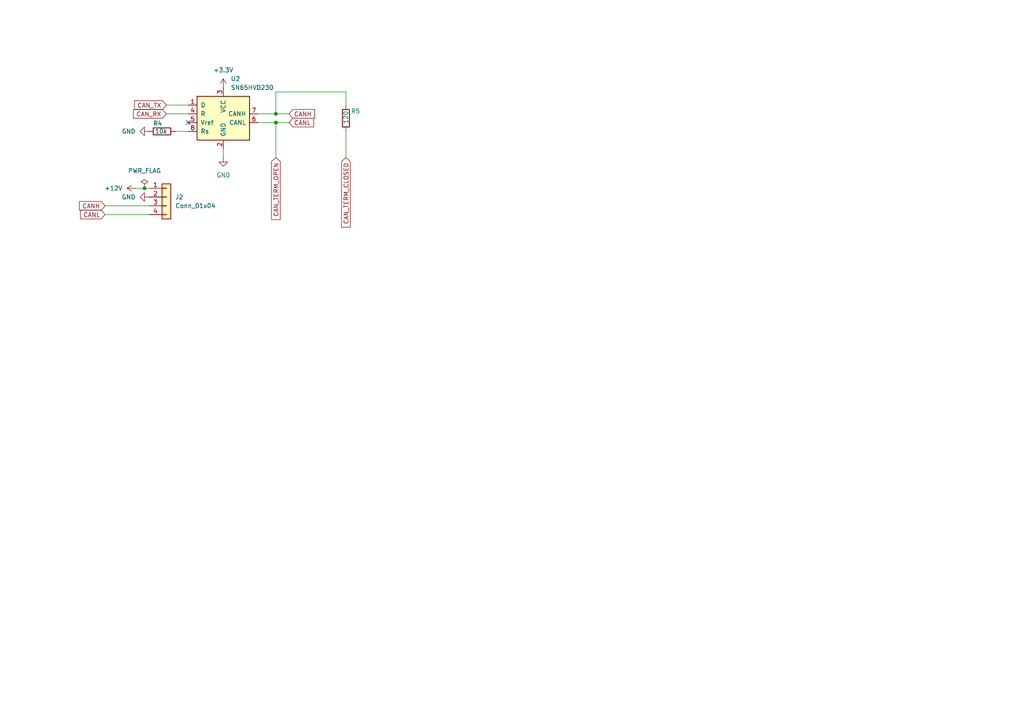
<source format=kicad_sch>
(kicad_sch (version 20250114) (generator "eeschema") (generator_version "9.0")
  (paper "A4")
  (lib_symbols
    (symbol "Connector_Generic:Conn_01x04" (pin_names (offset 1.016) (hide yes))
      (property "Reference" "J" (at 0 5.08 0))
      (property "Value" "Conn_01x04" (at 0 -7.62 0))
      (symbol "Conn_01x04_1_1"
        (rectangle (start -1.27 3.81) (end 1.27 -6.35) (stroke (width 0.254)) (fill (type background)))
        (rectangle (start -1.27 2.667) (end 0 2.413) (stroke (width 0.1524)))
        (rectangle (start -1.27 0.127) (end 0 -0.127) (stroke (width 0.1524)))
        (rectangle (start -1.27 -2.413) (end 0 -2.667) (stroke (width 0.1524)))
        (rectangle (start -1.27 -4.953) (end 0 -5.207) (stroke (width 0.1524)))
        (pin passive line (at -5.08 2.54 0) (length 3.81) (name "Pin_1") (number "1"))
        (pin passive line (at -5.08 0 0) (length 3.81) (name "Pin_2") (number "2"))
        (pin passive line (at -5.08 -2.54 0) (length 3.81) (name "Pin_3") (number "3"))
        (pin passive line (at -5.08 -5.08 0) (length 3.81) (name "Pin_4") (number "4"))
      )
    )
    (symbol "Device:R" (pin_numbers (hide yes)) (pin_names (offset 0))
      (property "Reference" "R" (at 2.032 0 90))
      (property "Value" "R" (at 0 0 90))
      (symbol "R_0_1"
        (rectangle (start -1.016 -2.54) (end 1.016 2.54) (stroke (width 0.254)))
      )
      (symbol "R_1_1"
        (pin passive line (at 0 3.81 270) (length 1.27) (name "~") (number "1"))
        (pin passive line (at 0 -3.81 90) (length 1.27) (name "~") (number "2"))
      )
    )
    (symbol "Interface_CAN_LIN:SN65HVD230" (pin_names (offset 1.016))
      (property "Reference" "U" (at -2.54 10.16 0))
      (property "Value" "SN65HVD230" (at -2.54 7.62 0))
      (symbol "SN65HVD230_0_1"
        (rectangle (start -7.62 5.08) (end 7.62 -7.62) (stroke (width 0.254)) (fill (type background)))
      )
      (symbol "SN65HVD230_1_1"
        (pin input line (at -10.16 2.54 0) (length 2.54) (name "D") (number "1"))
        (pin output line (at -10.16 0 0) (length 2.54) (name "R") (number "4"))
        (pin output line (at -10.16 -2.54 0) (length 2.54) (name "Vref") (number "5"))
        (pin input line (at -10.16 -5.08 0) (length 2.54) (name "Rs") (number "8"))
        (pin power_in line (at 0 7.62 270) (length 2.54) (name "VCC") (number "3"))
        (pin power_in line (at 0 -10.16 90) (length 2.54) (name "GND") (number "2"))
        (pin bidirectional line (at 10.16 0 180) (length 2.54) (name "CANH") (number "7"))
        (pin bidirectional line (at 10.16 -2.54 180) (length 2.54) (name "CANL") (number "6"))
      )
    )
    (symbol "power:+12V" (power) (pin_numbers (hide yes)) (pin_names (offset 0) (hide yes))
      (property "Value" "+12V" (at 0 3.556 0))
      (symbol "+12V_0_1"
        (polyline (pts (xy -0.762 1.27) (xy 0 2.54)))
        (polyline (pts (xy 0 2.54) (xy 0.762 1.27)))
        (polyline (pts (xy 0 0) (xy 0 2.54)))
      )
      (symbol "+12V_1_1"
        (pin power_in line (at 0 0 90) (length 0) (name "~") (number "1"))
      )
    )
    (symbol "power:+3.3V" (power) (pin_numbers (hide yes)) (pin_names (offset 0) (hide yes))
      (property "Value" "+3.3V" (at 0 3.556 0))
      (symbol "+3.3V_0_1"
        (polyline (pts (xy -0.762 1.27) (xy 0 2.54)))
        (polyline (pts (xy 0 2.54) (xy 0.762 1.27)))
        (polyline (pts (xy 0 0) (xy 0 2.54)))
      )
      (symbol "+3.3V_1_1"
        (pin power_in line (at 0 0 90) (length 0) (name "~") (number "1"))
      )
    )
    (symbol "power:GND" (power) (pin_numbers (hide yes)) (pin_names (offset 0) (hide yes))
      (property "Value" "GND" (at 0 -3.81 0))
      (symbol "GND_0_1"
        (polyline (pts (xy 0 0) (xy 0 -1.27) (xy 1.27 -1.27) (xy 0 -2.54) (xy -1.27 -1.27) (xy 0 -1.27)))
      )
      (symbol "GND_1_1"
        (pin power_in line (at 0 0 270) (length 0) (name "~") (number "1"))
      )
    )
    (symbol "power:PWR_FLAG" (power) (pin_numbers (hide yes)) (pin_names (offset 0) (hide yes))
      (property "Value" "PWR_FLAG" (at 0 3.81 0))
      (symbol "PWR_FLAG_0_0"
        (pin power_out line (at 0 0 90) (length 0) (name "~") (number "1"))
      )
      (symbol "PWR_FLAG_0_1"
        (polyline (pts (xy 0 0) (xy 0 1.27) (xy -1.016 1.905) (xy 0 2.54) (xy 1.016 1.905) (xy 0 1.27)))
      )
    )
  )
  (junction (at 80.01 33.02))
  (junction (at 41.91 54.61))
  (junction (at 80.01 35.56))
  (no_connect (at 54.61 35.56))
  (wire (pts (xy 100.33 26.67) (xy 100.33 30.48)))
  (wire (pts (xy 48.26 30.48) (xy 54.61 30.48)))
  (wire (pts (xy 64.77 45.72) (xy 64.77 43.18)))
  (wire (pts (xy 48.26 33.02) (xy 54.61 33.02)))
  (wire (pts (xy 30.48 59.69) (xy 43.18 59.69)))
  (wire (pts (xy 80.01 33.02) (xy 80.01 26.67)))
  (wire (pts (xy 30.48 62.23) (xy 43.18 62.23)))
  (wire (pts (xy 41.91 54.61) (xy 43.18 54.61)))
  (wire (pts (xy 100.33 45.72) (xy 100.33 38.1)))
  (wire (pts (xy 80.01 26.67) (xy 100.33 26.67)))
  (wire (pts (xy 83.82 33.02) (xy 80.01 33.02)))
  (wire (pts (xy 80.01 35.56) (xy 74.93 35.56)))
  (wire (pts (xy 80.01 33.02) (xy 74.93 33.02)))
  (wire (pts (xy 39.37 54.61) (xy 41.91 54.61)))
  (wire (pts (xy 50.8 38.1) (xy 54.61 38.1)))
  (wire (pts (xy 80.01 45.72) (xy 80.01 35.56)))
  (wire (pts (xy 83.82 35.56) (xy 80.01 35.56)))
  (global_label "CANL" (shape input) (at 30.48 62.23 180) (property "Intersheetrefs" "${INTERSHEET_REFS}" (effects (hide yes))))
  (global_label "CAN_TERM_OPEN" (shape input) (at 80.01 45.72 270) (property "Intersheetrefs" "${INTERSHEET_REFS}" (effects (hide yes))))
  (global_label "CAN_RX" (shape input) (at 48.26 33.02 180) (property "Intersheetrefs" "${INTERSHEET_REFS}" (effects (hide yes))))
  (global_label "CANH" (shape input) (at 83.82 33.02 0) (property "Intersheetrefs" "${INTERSHEET_REFS}" (effects (hide yes))))
  (global_label "CAN_TX" (shape input) (at 48.26 30.48 180) (property "Intersheetrefs" "${INTERSHEET_REFS}" (effects (hide yes))))
  (global_label "CANL" (shape input) (at 83.82 35.56 0) (property "Intersheetrefs" "${INTERSHEET_REFS}" (effects (hide yes))))
  (global_label "CANH" (shape input) (at 30.48 59.69 180) (property "Intersheetrefs" "${INTERSHEET_REFS}" (effects (hide yes))))
  (global_label "CAN_TERM_CLOSED" (shape input) (at 100.33 45.72 270) (property "Intersheetrefs" "${INTERSHEET_REFS}" (effects (hide yes))))
  (symbol (lib_id "power:GND") (at 43.18 38.1 270) (unit 1)
    (property "Reference" "#PWR012" (effects (hide yes)))
    (property "Value" "GND" (at 39.37 38.0999 90) (effects (justify right)))
    (property "Description" "Power symbol creates a global label with name \"GND\" , ground" (effects (hide yes)))
  )
  (symbol (lib_id "power:GND") (at 43.18 57.15 270) (unit 1)
    (property "Reference" "#PWR022" (effects (hide yes)))
    (property "Value" "GND" (at 39.37 57.1499 90) (effects (justify right)))
    (property "Description" "Power symbol creates a global label with name \"GND\" , ground" (effects (hide yes)))
  )
  (symbol (lib_id "Connector_Generic:Conn_01x04") (at 48.26 57.15 0) (unit 1)
    (property "Reference" "J2" (at 50.8 57.1499 0) (effects (justify left)))
    (property "Value" "Conn_01x04" (at 50.8 59.6899 0) (effects (justify left)))
    (property "Footprint" "CustomLibraries:CAN_PLUS_POWER" (effects (hide yes)))
    (property "Description" "Generic connector, single row, 01x04, script generated (kicad-library-utils/schlib/autogen/connector/)" (effects (hide yes)))
  )
  (symbol (lib_id "Device:R") (at 100.33 34.29 0) (unit 1)
    (property "Reference" "R5" (at 103.124 32.258 0))
    (property "Value" "120" (at 100.33 34.036 90))
    (property "Footprint" "Resistor_SMD:R_1206_3216Metric_Pad1.30x1.75mm_HandSolder" (effects (hide yes)))
    (property "Description" "Resistor" (effects (hide yes)))
  )
  (symbol (lib_id "power:+3.3V") (at 64.77 25.4 0) (unit 1)
    (property "Reference" "#PWR013" (effects (hide yes)))
    (property "Value" "+3.3V" (at 64.77 20.32 0))
    (property "Description" "Power symbol creates a global label with name \"+3.3V\"" (effects (hide yes)))
  )
  (symbol (lib_id "Interface_CAN_LIN:SN65HVD230") (at 64.77 33.02 0) (unit 1)
    (property "Reference" "U2" (at 66.9133 22.86 0) (effects (justify left)))
    (property "Value" "SN65HVD230" (at 66.9133 25.4 0) (effects (justify left)))
    (property "Footprint" "Package_SO:SOIC-8_3.9x4.9mm_P1.27mm" (effects (hide yes)))
    (property "Datasheet" "http://www.ti.com/lit/ds/symlink/sn65hvd230.pdf" (effects (hide yes)))
    (property "Description" "CAN Bus Transceivers, 3.3V, 1Mbps, Low-Power capabilities, SOIC-8" (effects (hide yes)))
  )
  (symbol (lib_id "power:PWR_FLAG") (at 41.91 54.61 0) (unit 1)
    (property "Reference" "#FLG07" (effects (hide yes)))
    (property "Value" "PWR_FLAG" (at 41.91 49.53 0))
    (property "Description" "Special symbol for telling ERC where power comes from" (effects (hide yes)))
  )
  (symbol (lib_id "power:GND") (at 64.77 45.72 0) (unit 1)
    (property "Reference" "#PWR011" (effects (hide yes)))
    (property "Value" "GND" (at 64.77 50.8 0))
    (property "Description" "Power symbol creates a global label with name \"GND\" , ground" (effects (hide yes)))
  )
  (symbol (lib_id "power:+12V") (at 39.37 54.61 90) (unit 1)
    (property "Reference" "#PWR09" (effects (hide yes)))
    (property "Value" "+12V" (at 35.56 54.6099 90) (effects (justify left)))
    (property "Description" "Power symbol creates a global label with name \"+12V\"" (effects (hide yes)))
  )
  (symbol (lib_id "Device:R") (at 46.99 38.1 90) (unit 1)
    (property "Reference" "R4" (at 45.72 35.814 90))
    (property "Value" "10k" (at 46.736 38.1 90))
    (property "Footprint" "Resistor_SMD:R_1206_3216Metric_Pad1.30x1.75mm_HandSolder" (effects (hide yes)))
    (property "Description" "Resistor" (effects (hide yes)))
  )
)
</source>
